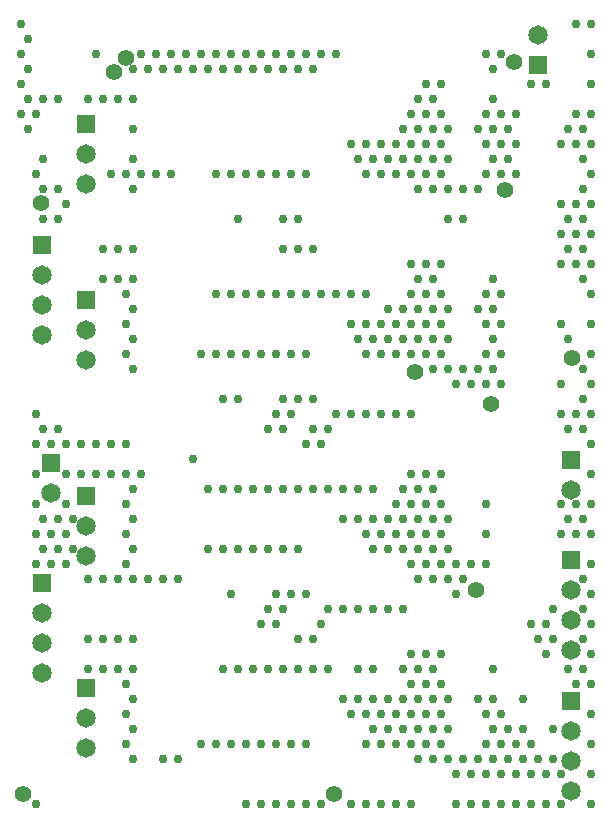
<source format=gbs>
G04*
G04 #@! TF.GenerationSoftware,Altium Limited,Altium Designer,20.2.4 (192)*
G04*
G04 Layer_Color=16711935*
%FSLAX25Y25*%
%MOIN*%
G70*
G04*
G04 #@! TF.SameCoordinates,3D83C255-6E39-4F9F-9407-39FC17F4EAEB*
G04*
G04*
G04 #@! TF.FilePolarity,Negative*
G04*
G01*
G75*
%ADD28C,0.06496*%
%ADD29R,0.06496X0.06496*%
%ADD30C,0.02953*%
%ADD31C,0.05591*%
D28*
X188500Y110000D02*
D03*
X177713Y261500D02*
D03*
X188500Y56500D02*
D03*
Y66500D02*
D03*
Y76500D02*
D03*
X12425Y49000D02*
D03*
Y59000D02*
D03*
Y69000D02*
D03*
Y161500D02*
D03*
Y171500D02*
D03*
Y181500D02*
D03*
X27000Y23862D02*
D03*
Y33862D02*
D03*
Y97713D02*
D03*
Y87713D02*
D03*
Y163075D02*
D03*
Y153075D02*
D03*
Y222000D02*
D03*
Y212000D02*
D03*
X188500Y29500D02*
D03*
Y19500D02*
D03*
Y9500D02*
D03*
X15106Y109000D02*
D03*
D29*
X188500Y120000D02*
D03*
X177713Y251500D02*
D03*
X188500Y86500D02*
D03*
X12425Y79000D02*
D03*
Y191500D02*
D03*
X27000Y43862D02*
D03*
Y107713D02*
D03*
Y173075D02*
D03*
Y232000D02*
D03*
X188500Y39500D02*
D03*
X15106Y119000D02*
D03*
D30*
X195250Y265250D02*
D03*
Y255250D02*
D03*
Y245250D02*
D03*
Y235250D02*
D03*
Y225250D02*
D03*
Y215250D02*
D03*
Y205250D02*
D03*
Y195250D02*
D03*
Y185250D02*
D03*
Y175250D02*
D03*
Y165250D02*
D03*
Y155250D02*
D03*
Y145250D02*
D03*
Y135250D02*
D03*
Y125250D02*
D03*
Y115250D02*
D03*
Y105250D02*
D03*
Y95250D02*
D03*
Y85250D02*
D03*
Y75250D02*
D03*
Y65250D02*
D03*
Y55250D02*
D03*
Y45250D02*
D03*
Y35250D02*
D03*
Y25250D02*
D03*
Y15250D02*
D03*
Y5250D02*
D03*
X190250Y265250D02*
D03*
Y235250D02*
D03*
X192750Y230250D02*
D03*
X190250Y225250D02*
D03*
X192750Y220250D02*
D03*
Y210250D02*
D03*
X190250Y205250D02*
D03*
X192750Y200250D02*
D03*
X190250Y195250D02*
D03*
X192750Y190250D02*
D03*
X190250Y185250D02*
D03*
X192750Y180250D02*
D03*
Y150250D02*
D03*
Y140250D02*
D03*
X190250Y135250D02*
D03*
X192750Y130250D02*
D03*
X190250Y105250D02*
D03*
X192750Y100250D02*
D03*
X190250Y95250D02*
D03*
X192750Y80250D02*
D03*
Y70250D02*
D03*
Y60250D02*
D03*
Y50250D02*
D03*
X190250Y45250D02*
D03*
X187750Y230250D02*
D03*
X185250Y225250D02*
D03*
Y205250D02*
D03*
X187750Y200250D02*
D03*
X185250Y195250D02*
D03*
X187750Y190250D02*
D03*
X185250Y185250D02*
D03*
Y165250D02*
D03*
X187750Y160250D02*
D03*
X185250Y145250D02*
D03*
Y135250D02*
D03*
X187750Y130250D02*
D03*
X185250Y105250D02*
D03*
X187750Y100250D02*
D03*
X185250Y95250D02*
D03*
X187750Y50250D02*
D03*
X185250Y15250D02*
D03*
Y5250D02*
D03*
X180250Y245250D02*
D03*
X182750Y70250D02*
D03*
X180250Y65250D02*
D03*
X182750Y60250D02*
D03*
X180250Y55250D02*
D03*
X182750Y30250D02*
D03*
Y20250D02*
D03*
X180250Y15250D02*
D03*
Y5250D02*
D03*
X175250Y245250D02*
D03*
Y65250D02*
D03*
X177750Y60250D02*
D03*
X175250Y25250D02*
D03*
X177750Y20250D02*
D03*
X175250Y15250D02*
D03*
Y5250D02*
D03*
X170250Y235250D02*
D03*
Y225250D02*
D03*
Y215250D02*
D03*
X172750Y40250D02*
D03*
Y30250D02*
D03*
X170250Y25250D02*
D03*
X172750Y20250D02*
D03*
X170250Y15250D02*
D03*
Y5250D02*
D03*
X165250Y255250D02*
D03*
Y235250D02*
D03*
X167750Y230250D02*
D03*
X165250Y225250D02*
D03*
X167750Y220250D02*
D03*
X165250Y215250D02*
D03*
Y175250D02*
D03*
Y165250D02*
D03*
Y155250D02*
D03*
Y145250D02*
D03*
Y35250D02*
D03*
X167750Y30250D02*
D03*
X165250Y25250D02*
D03*
X167750Y20250D02*
D03*
X165250Y15250D02*
D03*
Y5250D02*
D03*
X160250Y255250D02*
D03*
X162750Y250250D02*
D03*
Y240250D02*
D03*
X160250Y235250D02*
D03*
X162750Y230250D02*
D03*
X160250Y225250D02*
D03*
X162750Y220250D02*
D03*
X160250Y215250D02*
D03*
X162750Y180250D02*
D03*
X160250Y175250D02*
D03*
X162750Y170250D02*
D03*
X160250Y165250D02*
D03*
X162750Y160250D02*
D03*
X160250Y155250D02*
D03*
X162750Y150250D02*
D03*
X160250Y145250D02*
D03*
Y105250D02*
D03*
Y95250D02*
D03*
Y85250D02*
D03*
X162750Y50250D02*
D03*
Y40250D02*
D03*
X160250Y35250D02*
D03*
X162750Y30250D02*
D03*
X160250Y25250D02*
D03*
X162750Y20250D02*
D03*
X160250Y15250D02*
D03*
Y5250D02*
D03*
X157750Y230250D02*
D03*
Y210250D02*
D03*
Y170250D02*
D03*
Y150250D02*
D03*
X155250Y145250D02*
D03*
Y85250D02*
D03*
X157750Y40250D02*
D03*
Y20250D02*
D03*
X155250Y15250D02*
D03*
Y5250D02*
D03*
X152750Y210250D02*
D03*
Y200250D02*
D03*
Y150250D02*
D03*
X150250Y145250D02*
D03*
Y85250D02*
D03*
X152750Y80250D02*
D03*
X150250Y75250D02*
D03*
X152750Y20250D02*
D03*
X150250Y15250D02*
D03*
Y5250D02*
D03*
X145250Y245250D02*
D03*
Y235250D02*
D03*
X147750Y230250D02*
D03*
X145250Y225250D02*
D03*
X147750Y220250D02*
D03*
X145250Y215250D02*
D03*
X147750Y210250D02*
D03*
Y200250D02*
D03*
X145250Y185250D02*
D03*
Y175250D02*
D03*
X147750Y170250D02*
D03*
X145250Y165250D02*
D03*
X147750Y160250D02*
D03*
X145250Y155250D02*
D03*
X147750Y150250D02*
D03*
X145250Y115250D02*
D03*
Y105250D02*
D03*
X147750Y100250D02*
D03*
X145250Y95250D02*
D03*
X147750Y90250D02*
D03*
X145250Y85250D02*
D03*
X147750Y80250D02*
D03*
X145250Y55250D02*
D03*
Y45250D02*
D03*
X147750Y40250D02*
D03*
X145250Y35250D02*
D03*
X147750Y30250D02*
D03*
X145250Y25250D02*
D03*
X147750Y20250D02*
D03*
X140250Y245250D02*
D03*
X142750Y240250D02*
D03*
X140250Y235250D02*
D03*
X142750Y230250D02*
D03*
X140250Y225250D02*
D03*
X142750Y220250D02*
D03*
X140250Y215250D02*
D03*
X142750Y210250D02*
D03*
X140250Y185250D02*
D03*
X142750Y180250D02*
D03*
X140250Y175250D02*
D03*
X142750Y170250D02*
D03*
X140250Y165250D02*
D03*
X142750Y160250D02*
D03*
X140250Y155250D02*
D03*
X142750Y150250D02*
D03*
X140250Y115250D02*
D03*
X142750Y110250D02*
D03*
X140250Y105250D02*
D03*
X142750Y100250D02*
D03*
X140250Y95250D02*
D03*
X142750Y90250D02*
D03*
X140250Y85250D02*
D03*
X142750Y80250D02*
D03*
X140250Y55250D02*
D03*
X142750Y50250D02*
D03*
X140250Y45250D02*
D03*
X142750Y40250D02*
D03*
X140250Y35250D02*
D03*
X142750Y30250D02*
D03*
X140250Y25250D02*
D03*
X142750Y20250D02*
D03*
X137750Y240250D02*
D03*
X135250Y235250D02*
D03*
X137750Y230250D02*
D03*
X135250Y225250D02*
D03*
X137750Y220250D02*
D03*
X135250Y215250D02*
D03*
X137750Y210250D02*
D03*
X135250Y185250D02*
D03*
X137750Y180250D02*
D03*
X135250Y175250D02*
D03*
X137750Y170250D02*
D03*
X135250Y165250D02*
D03*
X137750Y160250D02*
D03*
X135250Y155250D02*
D03*
Y135250D02*
D03*
Y115250D02*
D03*
X137750Y110250D02*
D03*
X135250Y105250D02*
D03*
X137750Y100250D02*
D03*
X135250Y95250D02*
D03*
X137750Y90250D02*
D03*
X135250Y85250D02*
D03*
X137750Y80250D02*
D03*
X135250Y55250D02*
D03*
X137750Y50250D02*
D03*
X135250Y45250D02*
D03*
X137750Y40250D02*
D03*
X135250Y35250D02*
D03*
X137750Y30250D02*
D03*
X135250Y25250D02*
D03*
X137750Y20250D02*
D03*
X135250Y5250D02*
D03*
X132750Y230250D02*
D03*
X130250Y225250D02*
D03*
X132750Y220250D02*
D03*
X130250Y215250D02*
D03*
X132750Y170250D02*
D03*
X130250Y165250D02*
D03*
X132750Y160250D02*
D03*
X130250Y155250D02*
D03*
Y135250D02*
D03*
X132750Y110250D02*
D03*
X130250Y105250D02*
D03*
X132750Y100250D02*
D03*
X130250Y95250D02*
D03*
X132750Y90250D02*
D03*
Y70250D02*
D03*
Y50250D02*
D03*
Y40250D02*
D03*
X130250Y35250D02*
D03*
X132750Y30250D02*
D03*
X130250Y25250D02*
D03*
Y5250D02*
D03*
X125250Y225250D02*
D03*
X127750Y220250D02*
D03*
X125250Y215250D02*
D03*
X127750Y170250D02*
D03*
X125250Y165250D02*
D03*
X127750Y160250D02*
D03*
X125250Y155250D02*
D03*
Y135250D02*
D03*
X127750Y100250D02*
D03*
X125250Y95250D02*
D03*
X127750Y90250D02*
D03*
Y70250D02*
D03*
Y40250D02*
D03*
X125250Y35250D02*
D03*
X127750Y30250D02*
D03*
X125250Y25250D02*
D03*
Y5250D02*
D03*
X120250Y225250D02*
D03*
X122750Y220250D02*
D03*
X120250Y215250D02*
D03*
Y175250D02*
D03*
Y165250D02*
D03*
X122750Y160250D02*
D03*
X120250Y155250D02*
D03*
Y135250D02*
D03*
X122750Y110250D02*
D03*
Y100250D02*
D03*
X120250Y95250D02*
D03*
X122750Y90250D02*
D03*
Y70250D02*
D03*
Y50250D02*
D03*
Y40250D02*
D03*
X120250Y35250D02*
D03*
X122750Y30250D02*
D03*
X120250Y25250D02*
D03*
Y5250D02*
D03*
X115250Y225250D02*
D03*
X117750Y220250D02*
D03*
X115250Y175250D02*
D03*
Y165250D02*
D03*
X117750Y160250D02*
D03*
X115250Y135250D02*
D03*
X117750Y110250D02*
D03*
Y100250D02*
D03*
Y70250D02*
D03*
Y50250D02*
D03*
Y40250D02*
D03*
X115250Y35250D02*
D03*
Y5250D02*
D03*
X110250Y255250D02*
D03*
Y175250D02*
D03*
Y135250D02*
D03*
X112750Y110250D02*
D03*
Y100250D02*
D03*
Y70250D02*
D03*
Y40250D02*
D03*
X105250Y255250D02*
D03*
Y175250D02*
D03*
X107750Y130250D02*
D03*
X105250Y125250D02*
D03*
X107750Y110250D02*
D03*
Y70250D02*
D03*
X105250Y65250D02*
D03*
X107750Y50250D02*
D03*
X105250Y5250D02*
D03*
X100250Y255250D02*
D03*
X102750Y250250D02*
D03*
X100250Y215250D02*
D03*
X102750Y190250D02*
D03*
X100250Y175250D02*
D03*
Y155250D02*
D03*
X102750Y140250D02*
D03*
Y130250D02*
D03*
X100250Y125250D02*
D03*
X102750Y110250D02*
D03*
X100250Y75250D02*
D03*
X102750Y60250D02*
D03*
Y50250D02*
D03*
X100250Y25250D02*
D03*
Y5250D02*
D03*
X95250Y255250D02*
D03*
X97750Y250250D02*
D03*
X95250Y215250D02*
D03*
X97750Y200250D02*
D03*
Y190250D02*
D03*
X95250Y175250D02*
D03*
Y155250D02*
D03*
X97750Y140250D02*
D03*
X95250Y135250D02*
D03*
X97750Y110250D02*
D03*
Y90250D02*
D03*
X95250Y75250D02*
D03*
X97750Y60250D02*
D03*
Y50250D02*
D03*
X95250Y25250D02*
D03*
Y5250D02*
D03*
X90250Y255250D02*
D03*
X92750Y250250D02*
D03*
X90250Y215250D02*
D03*
X92750Y200250D02*
D03*
Y190250D02*
D03*
X90250Y175250D02*
D03*
Y155250D02*
D03*
X92750Y140250D02*
D03*
X90250Y135250D02*
D03*
X92750Y130250D02*
D03*
Y110250D02*
D03*
Y90250D02*
D03*
X90250Y75250D02*
D03*
X92750Y70250D02*
D03*
X90250Y65250D02*
D03*
X92750Y50250D02*
D03*
X90250Y25250D02*
D03*
Y5250D02*
D03*
X85250Y255250D02*
D03*
X87750Y250250D02*
D03*
X85250Y215250D02*
D03*
Y175250D02*
D03*
Y155250D02*
D03*
X87750Y130250D02*
D03*
Y110250D02*
D03*
Y90250D02*
D03*
Y70250D02*
D03*
X85250Y65250D02*
D03*
X87750Y50250D02*
D03*
X85250Y25250D02*
D03*
Y5250D02*
D03*
X80250Y255250D02*
D03*
X82750Y250250D02*
D03*
X80250Y215250D02*
D03*
Y175250D02*
D03*
Y155250D02*
D03*
X82750Y110250D02*
D03*
Y90250D02*
D03*
Y50250D02*
D03*
X80250Y25250D02*
D03*
Y5250D02*
D03*
X75250Y255250D02*
D03*
X77750Y250250D02*
D03*
X75250Y215250D02*
D03*
X77750Y200250D02*
D03*
X75250Y175250D02*
D03*
Y155250D02*
D03*
X77750Y140250D02*
D03*
Y110250D02*
D03*
Y90250D02*
D03*
X75250Y75250D02*
D03*
X77750Y50250D02*
D03*
X75250Y25250D02*
D03*
X70250Y255250D02*
D03*
X72750Y250250D02*
D03*
X70250Y215250D02*
D03*
Y175250D02*
D03*
Y155250D02*
D03*
X72750Y140250D02*
D03*
Y110250D02*
D03*
Y90250D02*
D03*
Y50250D02*
D03*
X70250Y25250D02*
D03*
X65250Y255250D02*
D03*
X67750Y250250D02*
D03*
X65250Y155250D02*
D03*
X67750Y110250D02*
D03*
Y90250D02*
D03*
X65250Y25250D02*
D03*
X60250Y255250D02*
D03*
X62750Y250250D02*
D03*
Y120250D02*
D03*
X55250Y255250D02*
D03*
X57750Y250250D02*
D03*
X55250Y215250D02*
D03*
X57750Y80250D02*
D03*
Y20250D02*
D03*
X50250Y255250D02*
D03*
X52750Y250250D02*
D03*
X50250Y215250D02*
D03*
X52750Y80250D02*
D03*
Y20250D02*
D03*
X45250Y255250D02*
D03*
X47750Y250250D02*
D03*
X45250Y215250D02*
D03*
Y115250D02*
D03*
X47750Y80250D02*
D03*
X42750Y250250D02*
D03*
Y240250D02*
D03*
Y230250D02*
D03*
Y220250D02*
D03*
X40250Y215250D02*
D03*
X42750Y210250D02*
D03*
Y190250D02*
D03*
Y180250D02*
D03*
X40250Y175250D02*
D03*
X42750Y170250D02*
D03*
X40250Y165250D02*
D03*
X42750Y160250D02*
D03*
X40250Y155250D02*
D03*
X42750Y150250D02*
D03*
X40250Y125250D02*
D03*
Y115250D02*
D03*
X42750Y110250D02*
D03*
X40250Y105250D02*
D03*
X42750Y100250D02*
D03*
X40250Y95250D02*
D03*
X42750Y90250D02*
D03*
X40250Y85250D02*
D03*
X42750Y80250D02*
D03*
Y60250D02*
D03*
Y50250D02*
D03*
X40250Y45250D02*
D03*
X42750Y40250D02*
D03*
X40250Y35250D02*
D03*
X42750Y30250D02*
D03*
X40250Y25250D02*
D03*
X42750Y20250D02*
D03*
X37750Y240250D02*
D03*
X35250Y215250D02*
D03*
X37750Y190250D02*
D03*
Y180250D02*
D03*
X35250Y125250D02*
D03*
Y115250D02*
D03*
X37750Y80250D02*
D03*
Y60250D02*
D03*
Y50250D02*
D03*
X30250Y255250D02*
D03*
X32750Y240250D02*
D03*
Y190250D02*
D03*
Y180250D02*
D03*
X30250Y125250D02*
D03*
Y115250D02*
D03*
X32750Y80250D02*
D03*
Y60250D02*
D03*
Y50250D02*
D03*
X27750Y240250D02*
D03*
X25250Y125250D02*
D03*
Y115250D02*
D03*
X27750Y80250D02*
D03*
Y60250D02*
D03*
Y50250D02*
D03*
X20250Y205250D02*
D03*
Y125250D02*
D03*
Y115250D02*
D03*
Y105250D02*
D03*
X22750Y100250D02*
D03*
X20250Y95250D02*
D03*
X22750Y90250D02*
D03*
X20250Y85250D02*
D03*
X17750Y240250D02*
D03*
Y210250D02*
D03*
Y200250D02*
D03*
Y130250D02*
D03*
X15250Y125250D02*
D03*
X17750Y100250D02*
D03*
X15250Y95250D02*
D03*
X17750Y90250D02*
D03*
X15250Y85250D02*
D03*
X12750Y240250D02*
D03*
X10250Y235250D02*
D03*
X12750Y220250D02*
D03*
X10250Y215250D02*
D03*
X12750Y210250D02*
D03*
Y200250D02*
D03*
X10250Y135250D02*
D03*
X12750Y130250D02*
D03*
X10250Y125250D02*
D03*
Y115250D02*
D03*
Y105250D02*
D03*
X12750Y100250D02*
D03*
X10250Y95250D02*
D03*
X12750Y90250D02*
D03*
X10250Y85250D02*
D03*
Y5250D02*
D03*
X5250Y265250D02*
D03*
X7750Y260250D02*
D03*
X5250Y255250D02*
D03*
X7750Y250250D02*
D03*
X5250Y245250D02*
D03*
X7750Y240250D02*
D03*
X5250Y235250D02*
D03*
X7750Y230250D02*
D03*
D31*
X36220Y249213D02*
D03*
X40157Y253937D02*
D03*
X12082Y205512D02*
D03*
X136458Y149219D02*
D03*
X5906Y8661D02*
D03*
X109449D02*
D03*
X188976Y153937D02*
D03*
X162000Y138500D02*
D03*
X157000Y76500D02*
D03*
X166500Y210000D02*
D03*
X169500Y252500D02*
D03*
M02*

</source>
